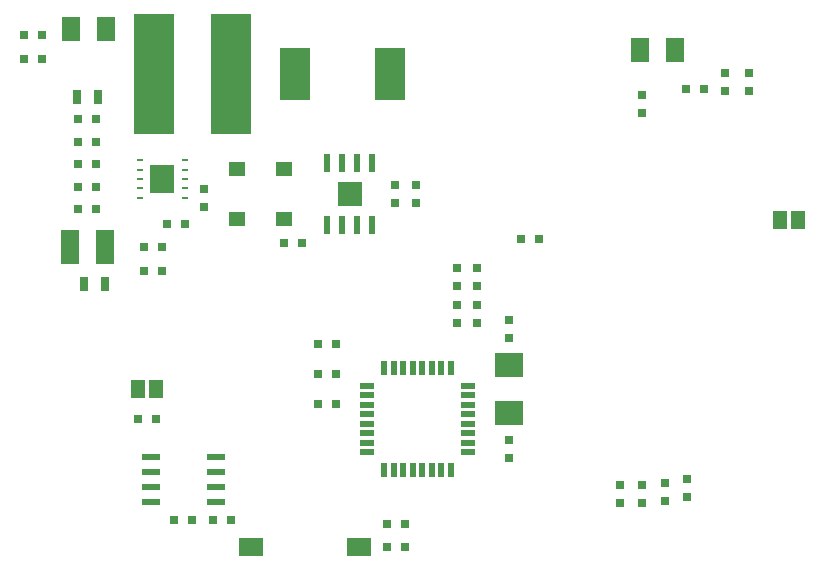
<source format=gtp>
G75*
G70*
%OFA0B0*%
%FSLAX24Y24*%
%IPPOS*%
%LPD*%
%AMOC8*
5,1,8,0,0,1.08239X$1,22.5*
%
%ADD10R,0.0300X0.0300*%
%ADD11R,0.0315X0.0472*%
%ADD12R,0.0460X0.0630*%
%ADD13R,0.0500X0.0220*%
%ADD14R,0.0220X0.0500*%
%ADD15R,0.0236X0.0620*%
%ADD16R,0.0810X0.0810*%
%ADD17R,0.0945X0.0787*%
%ADD18R,0.0591X0.0787*%
%ADD19R,0.0787X0.0945*%
%ADD20R,0.0197X0.0079*%
%ADD21R,0.0579X0.0500*%
%ADD22R,0.0591X0.1142*%
%ADD23R,0.1378X0.4016*%
%ADD24R,0.1024X0.1772*%
%ADD25R,0.0591X0.0236*%
%ADD26R,0.0830X0.0630*%
D10*
X008568Y002805D03*
X009168Y002805D03*
X009880Y002805D03*
X010480Y002805D03*
X007980Y006180D03*
X007380Y006180D03*
X013380Y006680D03*
X013980Y006680D03*
X013980Y007680D03*
X013380Y007680D03*
X013380Y008680D03*
X013980Y008680D03*
X017993Y009380D03*
X018680Y009380D03*
X018680Y009980D03*
X017993Y009980D03*
X017993Y010630D03*
X018680Y010630D03*
X018680Y011230D03*
X017993Y011230D03*
X020130Y012180D03*
X020730Y012180D03*
X019743Y009480D03*
X019743Y008880D03*
X019743Y005480D03*
X019743Y004880D03*
X016280Y002680D03*
X015680Y002680D03*
X015680Y001918D03*
X016280Y001918D03*
X023430Y003380D03*
X023430Y003980D03*
X024180Y003980D03*
X024930Y004043D03*
X024930Y003443D03*
X024180Y003380D03*
X025680Y003568D03*
X025680Y004168D03*
X012843Y012055D03*
X012243Y012055D03*
X009555Y013255D03*
X009555Y013855D03*
X008918Y012680D03*
X008318Y012680D03*
X008168Y011930D03*
X007568Y011930D03*
X007568Y011118D03*
X008168Y011118D03*
X005980Y013180D03*
X005380Y013180D03*
X005380Y013930D03*
X005980Y013930D03*
X005980Y014680D03*
X005380Y014680D03*
X005380Y015430D03*
X005980Y015430D03*
X005980Y016180D03*
X005380Y016180D03*
X004168Y018180D03*
X003568Y018180D03*
X003568Y018993D03*
X004168Y018993D03*
X015930Y013980D03*
X016618Y013980D03*
X016618Y013380D03*
X015930Y013380D03*
X024180Y016380D03*
X024180Y016980D03*
X025630Y017180D03*
X026230Y017180D03*
X026930Y017130D03*
X026930Y017730D03*
X027743Y017730D03*
X027743Y017130D03*
D11*
X006274Y010680D03*
X005566Y010680D03*
X005326Y016930D03*
X006034Y016930D03*
D12*
X007380Y007180D03*
X007980Y007180D03*
X028755Y012805D03*
X029355Y012805D03*
D13*
X018370Y007282D03*
X018370Y006967D03*
X018370Y006652D03*
X018370Y006337D03*
X018370Y006023D03*
X018370Y005708D03*
X018370Y005393D03*
X018370Y005078D03*
X014990Y005078D03*
X014990Y005393D03*
X014990Y005708D03*
X014990Y006023D03*
X014990Y006337D03*
X014990Y006652D03*
X014990Y006967D03*
X014990Y007282D03*
D14*
X015578Y007870D03*
X015893Y007870D03*
X016208Y007870D03*
X016523Y007870D03*
X016837Y007870D03*
X017152Y007870D03*
X017467Y007870D03*
X017782Y007870D03*
X017782Y004490D03*
X017467Y004490D03*
X017152Y004490D03*
X016837Y004490D03*
X016523Y004490D03*
X016208Y004490D03*
X015893Y004490D03*
X015578Y004490D03*
D15*
X015180Y012656D03*
X014680Y012656D03*
X014180Y012656D03*
X013680Y012656D03*
X013680Y014704D03*
X014180Y014704D03*
X014680Y014704D03*
X015180Y014704D03*
D16*
X014430Y013680D03*
D17*
X019743Y007967D03*
X019743Y006393D03*
D18*
X024089Y018480D03*
X025271Y018480D03*
X006308Y019180D03*
X005127Y019180D03*
D19*
X008180Y014180D03*
D20*
X008928Y014180D03*
X008928Y014495D03*
X008928Y014810D03*
X008928Y013865D03*
X008928Y013550D03*
X007432Y013550D03*
X007432Y013865D03*
X007432Y014180D03*
X007432Y014495D03*
X007432Y014810D03*
D21*
X010680Y014526D03*
X012243Y014526D03*
X012243Y012834D03*
X010680Y012834D03*
D22*
X006271Y011930D03*
X005089Y011930D03*
D23*
X007881Y017680D03*
X010479Y017680D03*
D24*
X012605Y017680D03*
X015755Y017680D03*
D25*
X007785Y003430D03*
X007785Y003930D03*
X007785Y004430D03*
X007785Y004930D03*
X009950Y004930D03*
X009950Y004430D03*
X009950Y003930D03*
X009950Y003430D03*
D26*
X011120Y001915D03*
X014740Y001915D03*
M02*

</source>
